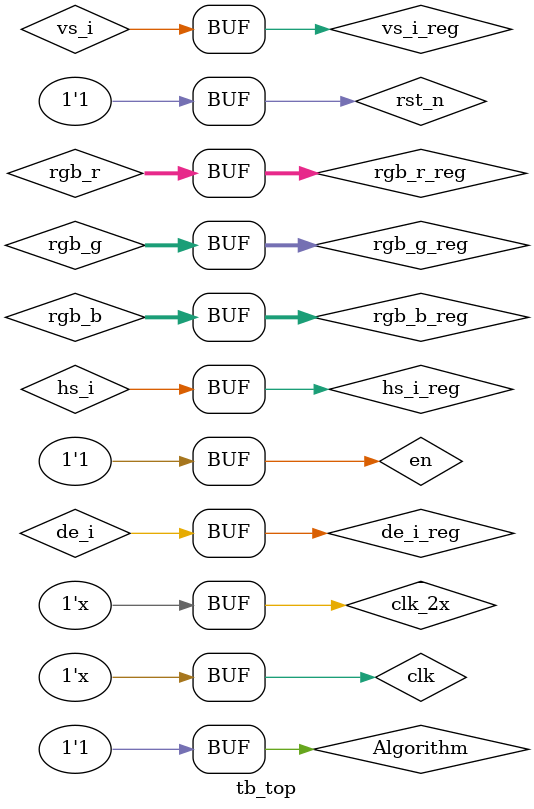
<source format=v>
`timescale 1ns / 1ps

`define VIDEO_480_272

module tb_top (
    //    input wire clk,
    //    input wire clk_2x,
    //    input wire clk_5x,
    //    input wire rst_n
);

    // port declaration
    reg clk = 0;
    reg clk_2x = 0;
    //reg clk_5x = 0;
    reg rst_n = 0;
    reg en = 1;
    always #5 clk = ~clk;
    always #2.5 clk_2x = ~clk_2x;
    //always #1   clk_5x = ~clk_5x;

    initial begin
        #100 rst_n = 1'b1;
        //    #100 en = 1'b1;
    end

    //video timing parameter definition
`ifdef VIDEO_480_272  //480x272 9Mhz
    parameter H_DISP = 16'd480;  //horizontal active time (pixels)                      
    parameter H_FRONT = 16'd2;  //horizontal front porch (pixels)                       
    parameter H_SYNC = 16'd41;  //horizontal sync time(pixels)                         
    parameter H_BACK = 16'd2;  //horizontal back porch (pixels)                       
    parameter V_DISP = 16'd272;  //vertical active Time (lines)                         
    parameter V_FRONT = 16'd2;  //vertical front porch (lines)                         
    parameter V_SYNC = 16'd10;  //vertical sync time (lines)                           
    parameter V_BACK = 16'd2;  //vertical back porch (lines)                          
    parameter HS_POL = 1'b1;  //vertical sync polarity, 1 : POSITIVE,0 : NEGATIVE;   
    parameter VS_POL = 1'b1;  //horizontal sync polarity, 1 : POSITIVE,0 : NEGATIVE; 
    //    parameter HS_POL = 1'b0;      
    //    parameter VS_POL = 1'b0;      
`endif
`ifdef VIDEO_640_480  //640x480 25.175Mhz
    parameter H_DISP = 16'd640;
    parameter H_FRONT = 16'd16;
    parameter H_SYNC = 16'd96;
    parameter H_BACK = 16'd48;
    parameter V_DISP = 16'd480;
    parameter V_FRONT = 16'd10;
    parameter V_SYNC = 16'd2;
    parameter V_BACK = 16'd33;
    parameter HS_POL = 1'b0;
    parameter VS_POL = 1'b0;
`endif
`ifdef VIDEO_800_480  //800x480 33Mhz
    parameter H_DISP = 16'd800;
    parameter H_FRONT = 16'd40;
    parameter H_SYNC = 16'd128;
    parameter H_BACK = 16'd88;
    parameter V_DISP = 16'd480;
    parameter V_FRONT = 16'd1;
    parameter V_SYNC = 16'd3;
    parameter V_BACK = 16'd21;
    parameter HS_POL = 1'b0;
    parameter VS_POL = 1'b0;
`endif
`ifdef VIDEO_800_600  //800x600 40Mhz
    parameter H_DISP = 16'd800;
    parameter H_FRONT = 16'd40;
    parameter H_SYNC = 16'd128;
    parameter H_BACK = 16'd88;
    parameter V_DISP = 16'd600;
    parameter V_FRONT = 16'd1;
    parameter V_SYNC = 16'd4;
    parameter V_BACK = 16'd23;
    parameter HS_POL = 1'b1;
    parameter VS_POL = 1'b1;
`endif
`ifdef VIDEO_1280_720
    parameter H_DISP = 16'd1280;
    parameter H_FRONT = 16'd110;
    parameter H_SYNC = 16'd40;
    parameter H_BACK = 16'd220;
    parameter V_DISP = 16'd720;
    parameter V_FRONT = 16'd5;
    parameter V_SYNC = 16'd5;
    parameter V_BACK = 16'd20;
    parameter HS_POL = 1'b1;
    parameter VS_POL = 1'b1;
`endif
`ifdef VIDEO_1024_768  //1024x768 65Mhz
    parameter H_DISP = 16'd1024;
    parameter H_FRONT = 16'd24;
    parameter H_SYNC = 16'd136;
    parameter H_BACK = 16'd160;
    parameter V_DISP = 16'd768;
    parameter V_FRONT = 16'd3;
    parameter V_SYNC = 16'd6;
    parameter V_BACK = 16'd29;
    parameter HS_POL = 1'b0;
    parameter VS_POL = 1'b0;
`endif
`ifdef VIDEO_1920_1080  //1920x1080 148.5Mhz
    parameter H_DISP = 16'd1920;
    parameter H_FRONT = 16'd88;
    parameter H_SYNC = 16'd44;
    parameter H_BACK = 16'd148;
    parameter V_DISP = 16'd1080;
    parameter V_FRONT = 16'd4;
    parameter V_SYNC = 16'd5;
    parameter V_BACK = 16'd36;
    parameter HS_POL = 1'b1;
    parameter VS_POL = 1'b1;
`endif

    // algorithm Parameters
    parameter DATA_WIDTH = 8;
    parameter CHANNELS = 3;
    parameter BUFFER_SIZE = 3;
    parameter DISCARD_CNT_WIDTH = 2;
    parameter INPUT_X_RES_WIDTH = 11;
    parameter INPUT_Y_RES_WIDTH = 11;
    parameter OUTPUT_X_RES_WIDTH = 11;
    parameter OUTPUT_Y_RES_WIDTH = 11;

    // algorithm Inputs
    //ÖÐ¼ä°ëÆÁ·Å´óÒ»±¶
    //parameter START_X = H_DISP / 4;
    //parameter START_Y = V_DISP / 4;
    //parameter END_X = H_DISP * 3 / 4;
    //parameter END_Y = V_DISP * 3 / 4;
    //parameter OUTPUT_X_RES = H_DISP - 1;    //Resolution of output data minus 1
    //parameter OUTPUT_Y_RES = V_DISP - 1;    //Resolution of output data minus 1

    //È«ÆÁËõÐ¡Ò»±¶
    parameter START_X = 0;
    parameter START_Y = 0;
    parameter END_X = H_DISP;
    parameter END_Y = V_DISP;
    parameter OUTPUT_X_RES = H_DISP / 2 - 1;  //Resolution of output data minus 1
    parameter OUTPUT_Y_RES = V_DISP / 2 - 1;  //Resolution of output data minus 1

    //×Ô¶¨Òå
    //reg [INPUT_X_RES_WIDTH-1:0] START_X = 56;
    //reg [INPUT_Y_RES_WIDTH-1:0] START_Y = 12;
    //reg [OUTPUT_X_RES_WIDTH-1:0] END_X  = 215;
    //reg [OUTPUT_Y_RES_WIDTH-1:0] END_Y  = 158;
    //parameter OUTPUT_X_RES = H_DISP - 1;    //Resolution of output data minus 1
    //parameter OUTPUT_Y_RES = V_DISP - 1;    //Resolution of output data minus 1
    //reg [INPUT_X_RES_WIDTH-1:0] START_X = 0;
    //reg [INPUT_Y_RES_WIDTH-1:0] START_Y = 0;
    //reg [OUTPUT_X_RES_WIDTH-1:0] END_X  = H_DISP;
    //reg [OUTPUT_Y_RES_WIDTH-1:0] END_Y  = V_DISP;
    //parameter OUTPUT_X_RES = 253;    //Resolution of output data minus 1
    //parameter OUTPUT_Y_RES = 123;    //Resolution of output data minus 1

    //reg Algorithm = 0; // Ëã·¨Ñ¡Ôñ   0ÊÇË«ÏßÐÔ²åÖµ£¬1ÊÇÁÚ½üÓò
    reg Algorithm = 1;  // Ëã·¨Ñ¡Ôñ   0ÊÇË«ÏßÐÔ²åÖµ£¬1ÊÇÁÚ½üÓò

    wire hs_i, vs_i, de_i;
    wire [DATA_WIDTH-1:0] rgb_r, rgb_g, rgb_b;
    wire hs_i_reg, vs_i_reg, de_i_reg;
    wire [DATA_WIDTH-1:0] rgb_r_reg, rgb_g_reg, rgb_b_reg;
    //wire [DATA_WIDTH*CHANNELS-1:0] scaler_data;
    //wire scaler_dataValid;
    wire [DATA_WIDTH*CHANNELS-1:0] algorithm_data;
    wire                           algorithm_dataValid;

    assign rgb_r = en ? rgb_r_reg : 'dz;
    assign rgb_g = en ? rgb_g_reg : 'dz;
    assign rgb_b = en ? rgb_b_reg : 'dz;
    assign hs_i  = en ? hs_i_reg : 'dz;
    assign vs_i  = en ? vs_i_reg : 'dz;
    assign de_i  = en ? de_i_reg : 'dz;

    color_bar #(
        .H_SYNC (H_SYNC),
        .H_BACK (H_BACK),
        .H_DISP (H_DISP),
        .H_FRONT(H_FRONT),
        .HS_POL (HS_POL),
        .V_SYNC (V_SYNC),
        .V_BACK (V_BACK),
        .V_DISP (V_DISP),
        .V_FRONT(V_FRONT),
        .VS_POL (VS_POL)
    ) color_bar (
        .clk(clk),
        .rst(~rst_n),

        .hs   (hs_i_reg),
        .vs   (vs_i_reg),
        .de   (de_i_reg),
        .rgb_r(rgb_r_reg),
        .rgb_g(rgb_g_reg),
        .rgb_b(rgb_b_reg)
    );

    algorithm #(
        .H_SYNC (H_SYNC),
        .H_BACK (H_BACK),
        .H_DISP (H_DISP),
        .H_FRONT(H_FRONT),

        .V_SYNC (V_SYNC),
        .V_BACK (V_BACK),
        .V_DISP (V_DISP),
        .V_FRONT(V_FRONT),

        .DATA_WIDTH (DATA_WIDTH),
        .CHANNELS   (CHANNELS),
        .BUFFER_SIZE(BUFFER_SIZE),

        .INPUT_X_RES_WIDTH (INPUT_X_RES_WIDTH),
        .INPUT_Y_RES_WIDTH (INPUT_Y_RES_WIDTH),
        .OUTPUT_X_RES_WIDTH(OUTPUT_X_RES_WIDTH),
        .OUTPUT_Y_RES_WIDTH(OUTPUT_Y_RES_WIDTH)
    ) algorithm (
        .clk   (clk),
        .clk_2x(clk_2x),
        //    .rst_n              ( rst_n           ),

        .START_X   (START_X),
        .START_Y   (START_Y),
        .END_X     (END_X),
        .END_Y     (END_Y),
        .outputXRes(OUTPUT_X_RES),
        .outputYRes(OUTPUT_Y_RES),

        .Algorithm(Algorithm),
        .hs_i     (hs_i),
        .vs_i     (vs_i),
        .de_i     (de_i),
        .rgb_i    ({rgb_r, rgb_g, rgb_b}),

        .algorithm_data     (algorithm_data),
        .algorithm_dataValid(algorithm_dataValid)
        //    .scaler_data        (scaler_data      ),
        //    .scaler_dataValid   (scaler_dataValid )
    );

endmodule

</source>
